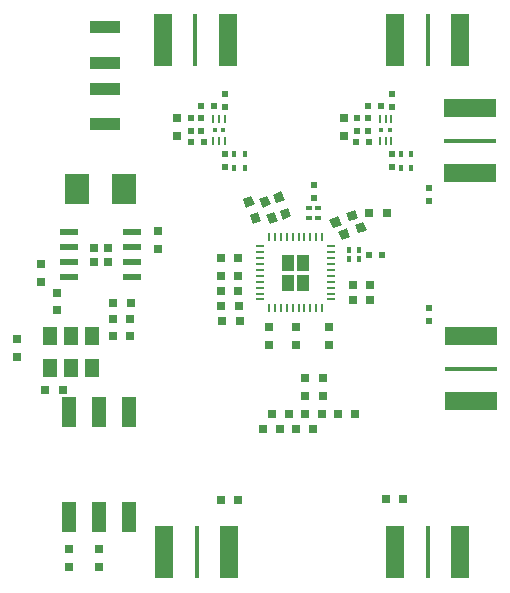
<source format=gbr>
G04 #@! TF.GenerationSoftware,KiCad,Pcbnew,5.0.2-bee76a0~70~ubuntu18.04.1*
G04 #@! TF.CreationDate,2020-07-03T21:26:00+02:00*
G04 #@! TF.ProjectId,lmx2594,6c6d7832-3539-4342-9e6b-696361645f70,rev?*
G04 #@! TF.SameCoordinates,PX463f660PY71d9820*
G04 #@! TF.FileFunction,Paste,Top*
G04 #@! TF.FilePolarity,Positive*
%FSLAX46Y46*%
G04 Gerber Fmt 4.6, Leading zero omitted, Abs format (unit mm)*
G04 Created by KiCad (PCBNEW 5.0.2-bee76a0~70~ubuntu18.04.1) date fre  3 jul 2020 21:26:00*
%MOMM*%
%LPD*%
G01*
G04 APERTURE LIST*
%ADD10R,1.550000X0.600000*%
%ADD11R,0.705000X0.705000*%
%ADD12R,1.300000X1.500000*%
%ADD13R,1.000000X1.450000*%
%ADD14R,0.800000X0.250000*%
%ADD15R,0.250000X0.800000*%
%ADD16C,0.750000*%
%ADD17C,0.100000*%
%ADD18R,0.750000X0.800000*%
%ADD19R,0.800000X0.750000*%
%ADD20R,0.500000X0.600000*%
%ADD21R,0.600000X0.500000*%
%ADD22R,2.000000X2.500000*%
%ADD23R,0.600000X0.400000*%
%ADD24R,0.400000X0.600000*%
%ADD25R,1.270000X2.540000*%
%ADD26R,0.250000X0.700000*%
%ADD27R,0.426000X0.366000*%
%ADD28R,1.500000X4.500000*%
%ADD29R,0.400000X4.500000*%
%ADD30R,4.500000X1.500000*%
%ADD31R,4.500000X0.400000*%
%ADD32R,2.500000X1.000000*%
G04 APERTURE END LIST*
D10*
G04 #@! TO.C,U5*
X11778000Y29591000D03*
X11778000Y28321000D03*
X11778000Y27051000D03*
X11778000Y25781000D03*
X17178000Y25781000D03*
X17178000Y27051000D03*
X17178000Y28321000D03*
X17178000Y29591000D03*
D11*
X15065500Y27098500D03*
X15065500Y28273500D03*
X13890500Y27098500D03*
X13890500Y28273500D03*
G04 #@! TD*
D12*
G04 #@! TO.C,D1*
X13716000Y18128000D03*
X13716000Y20828000D03*
G04 #@! TD*
G04 #@! TO.C,D2*
X10160000Y18128000D03*
X10160000Y20828000D03*
G04 #@! TD*
G04 #@! TO.C,D3*
X11938000Y18128000D03*
X11938000Y20828000D03*
G04 #@! TD*
D13*
G04 #@! TO.C,U3*
X30338000Y27037000D03*
X31638000Y27037000D03*
X31638000Y25287000D03*
X30338000Y25287000D03*
D14*
X27988000Y23912000D03*
X27988000Y24412000D03*
X27988000Y24912000D03*
X27988000Y25412000D03*
X27988000Y25912000D03*
X27988000Y26412000D03*
X27988000Y26912000D03*
X27988000Y27412000D03*
X27988000Y27912000D03*
X27988000Y28412000D03*
D15*
X28738000Y29162000D03*
X29238000Y29162000D03*
X29738000Y29162000D03*
X30238000Y29162000D03*
X30738000Y29162000D03*
X31238000Y29162000D03*
X31738000Y29162000D03*
X32238000Y29162000D03*
X32738000Y29162000D03*
X33238000Y29162000D03*
D14*
X33988000Y28412000D03*
X33988000Y27912000D03*
X33988000Y27412000D03*
X33988000Y26912000D03*
X33988000Y26412000D03*
X33988000Y25912000D03*
X33988000Y25412000D03*
X33988000Y24912000D03*
X33988000Y24412000D03*
X33988000Y23912000D03*
D15*
X33238000Y23162000D03*
X32738000Y23162000D03*
X32238000Y23162000D03*
X31738000Y23162000D03*
X31238000Y23162000D03*
X30738000Y23162000D03*
X30238000Y23162000D03*
X29738000Y23162000D03*
X29238000Y23162000D03*
X28738000Y23162000D03*
G04 #@! TD*
D16*
G04 #@! TO.C,C19*
X34371090Y30446987D03*
D17*
G36*
X34597136Y30946515D02*
X34884148Y30253606D01*
X34145044Y29947459D01*
X33858032Y30640368D01*
X34597136Y30946515D01*
X34597136Y30946515D01*
G37*
D16*
X35756910Y31021013D03*
D17*
G36*
X35982956Y31520541D02*
X36269968Y30827632D01*
X35530864Y30521485D01*
X35243852Y31214394D01*
X35982956Y31520541D01*
X35982956Y31520541D01*
G37*
G04 #@! TD*
D18*
G04 #@! TO.C,C21*
X30988000Y20078000D03*
X30988000Y21578000D03*
G04 #@! TD*
D19*
G04 #@! TO.C,C22*
X37326000Y23876000D03*
X35826000Y23876000D03*
G04 #@! TD*
G04 #@! TO.C,C23*
X37326000Y25146000D03*
X35826000Y25146000D03*
G04 #@! TD*
D16*
G04 #@! TO.C,C24*
X29557987Y32569910D03*
D17*
G36*
X30057515Y32343864D02*
X29364606Y32056852D01*
X29058459Y32795956D01*
X29751368Y33082968D01*
X30057515Y32343864D01*
X30057515Y32343864D01*
G37*
D16*
X30132013Y31184090D03*
D17*
G36*
X30631541Y30958044D02*
X29938632Y30671032D01*
X29632485Y31410136D01*
X30325394Y31697148D01*
X30631541Y30958044D01*
X30631541Y30958044D01*
G37*
G04 #@! TD*
D19*
G04 #@! TO.C,C25*
X24650000Y24638000D03*
X26150000Y24638000D03*
G04 #@! TD*
D18*
G04 #@! TO.C,C32*
X33782000Y20078000D03*
X33782000Y21578000D03*
G04 #@! TD*
D19*
G04 #@! TO.C,C34*
X24650000Y25908000D03*
X26150000Y25908000D03*
G04 #@! TD*
G04 #@! TO.C,C35*
X24662000Y23368000D03*
X26162000Y23368000D03*
G04 #@! TD*
D16*
G04 #@! TO.C,C38*
X28414987Y32188910D03*
D17*
G36*
X28914515Y31962864D02*
X28221606Y31675852D01*
X27915459Y32414956D01*
X28608368Y32701968D01*
X28914515Y31962864D01*
X28914515Y31962864D01*
G37*
D16*
X28989013Y30803090D03*
D17*
G36*
X29488541Y30577044D02*
X28795632Y30290032D01*
X28489485Y31029136D01*
X29182394Y31316148D01*
X29488541Y30577044D01*
X29488541Y30577044D01*
G37*
G04 #@! TD*
D19*
G04 #@! TO.C,C40*
X24650000Y6973000D03*
X26150000Y6973000D03*
G04 #@! TD*
D18*
G04 #@! TO.C,C41*
X31750000Y15760000D03*
X31750000Y17260000D03*
G04 #@! TD*
D19*
G04 #@! TO.C,C42*
X40120000Y6985000D03*
X38620000Y6985000D03*
G04 #@! TD*
D18*
G04 #@! TO.C,C43*
X33274000Y15760000D03*
X33274000Y17260000D03*
G04 #@! TD*
D19*
G04 #@! TO.C,R4*
X17006000Y20828000D03*
X15506000Y20828000D03*
G04 #@! TD*
D18*
G04 #@! TO.C,R5*
X7366000Y19050000D03*
X7366000Y20550000D03*
G04 #@! TD*
G04 #@! TO.C,R6*
X14351000Y1294000D03*
X14351000Y2794000D03*
G04 #@! TD*
D19*
G04 #@! TO.C,R9*
X16994000Y22225000D03*
X15494000Y22225000D03*
G04 #@! TD*
G04 #@! TO.C,R10*
X28206000Y12954000D03*
X29706000Y12954000D03*
G04 #@! TD*
G04 #@! TO.C,R21*
X33262000Y14224000D03*
X31762000Y14224000D03*
G04 #@! TD*
G04 #@! TO.C,R3*
X30468000Y14224000D03*
X28968000Y14224000D03*
G04 #@! TD*
G04 #@! TO.C,R8*
X36044000Y14224000D03*
X34544000Y14224000D03*
G04 #@! TD*
G04 #@! TO.C,R23*
X26277000Y22098000D03*
X24777000Y22098000D03*
G04 #@! TD*
G04 #@! TO.C,R24*
X31000000Y12954000D03*
X32500000Y12954000D03*
G04 #@! TD*
G04 #@! TO.C,R25*
X37211000Y31242000D03*
X38711000Y31242000D03*
G04 #@! TD*
D16*
G04 #@! TO.C,R26*
X35109090Y29430987D03*
D17*
G36*
X35335136Y29930515D02*
X35622148Y29237606D01*
X34883044Y28931459D01*
X34596032Y29624368D01*
X35335136Y29930515D01*
X35335136Y29930515D01*
G37*
D16*
X36494910Y30005013D03*
D17*
G36*
X36720956Y30504541D02*
X37007968Y29811632D01*
X36268864Y29505485D01*
X35981852Y30198394D01*
X36720956Y30504541D01*
X36720956Y30504541D01*
G37*
G04 #@! TD*
D18*
G04 #@! TO.C,C9*
X11811000Y1294000D03*
X11811000Y2794000D03*
G04 #@! TD*
D20*
G04 #@! TO.C,C17*
X25019000Y36195000D03*
X25019000Y35095000D03*
G04 #@! TD*
G04 #@! TO.C,C18*
X32512000Y33570000D03*
X32512000Y32470000D03*
G04 #@! TD*
G04 #@! TO.C,C20*
X39116000Y36195000D03*
X39116000Y35095000D03*
G04 #@! TD*
G04 #@! TO.C,C26*
X42291000Y22056000D03*
X42291000Y23156000D03*
G04 #@! TD*
D21*
G04 #@! TO.C,C27*
X38269000Y27686000D03*
X37169000Y27686000D03*
G04 #@! TD*
D22*
G04 #@! TO.C,C46*
X12446000Y33274000D03*
X16446000Y33274000D03*
G04 #@! TD*
D20*
G04 #@! TO.C,C50*
X22098000Y38143000D03*
X22098000Y39243000D03*
G04 #@! TD*
G04 #@! TO.C,C51*
X25019000Y41275000D03*
X25019000Y40175000D03*
G04 #@! TD*
G04 #@! TO.C,C52*
X37084000Y38143000D03*
X37084000Y39243000D03*
G04 #@! TD*
G04 #@! TO.C,C53*
X39116000Y41317000D03*
X39116000Y40217000D03*
G04 #@! TD*
D21*
G04 #@! TO.C,L2*
X22987000Y40259000D03*
X24087000Y40259000D03*
G04 #@! TD*
G04 #@! TO.C,L4*
X37084000Y40259000D03*
X38184000Y40259000D03*
G04 #@! TD*
D23*
G04 #@! TO.C,R11*
X32131000Y30792000D03*
X32131000Y31692000D03*
G04 #@! TD*
G04 #@! TO.C,R12*
X32893000Y31692000D03*
X32893000Y30792000D03*
G04 #@! TD*
D24*
G04 #@! TO.C,R13*
X35491000Y27305000D03*
X36391000Y27305000D03*
G04 #@! TD*
G04 #@! TO.C,R16*
X36391000Y28067000D03*
X35491000Y28067000D03*
G04 #@! TD*
D18*
G04 #@! TO.C,R27*
X10795000Y22999000D03*
X10795000Y24499000D03*
G04 #@! TD*
G04 #@! TO.C,R28*
X20955000Y37743000D03*
X20955000Y39243000D03*
G04 #@! TD*
G04 #@! TO.C,R29*
X35052000Y37743000D03*
X35052000Y39243000D03*
G04 #@! TD*
D25*
G04 #@! TO.C,U2*
X11811000Y5461000D03*
X14351000Y5461000D03*
X16891000Y5461000D03*
X16891000Y14361000D03*
X14351000Y14361000D03*
X11811000Y14361000D03*
G04 #@! TD*
D26*
G04 #@! TO.C,U6*
X24011000Y37302000D03*
X24511000Y37302000D03*
X25011000Y37302000D03*
X25011000Y39152000D03*
X24511000Y39152000D03*
X24011000Y39152000D03*
D27*
X24866000Y38227000D03*
X24156000Y38227000D03*
G04 #@! TD*
D26*
G04 #@! TO.C,U7*
X38108000Y37302000D03*
X38608000Y37302000D03*
X39108000Y37302000D03*
X39108000Y39152000D03*
X38608000Y39152000D03*
X38108000Y39152000D03*
D27*
X38963000Y38227000D03*
X38253000Y38227000D03*
G04 #@! TD*
D28*
G04 #@! TO.C,J1*
X19729000Y45879000D03*
X25229000Y45879000D03*
X25229000Y45879000D03*
X19729000Y45879000D03*
D29*
X22479000Y45879000D03*
G04 #@! TD*
D28*
G04 #@! TO.C,J2*
X39414000Y45879000D03*
X44914000Y45879000D03*
X44914000Y45879000D03*
X39414000Y45879000D03*
D29*
X42164000Y45879000D03*
G04 #@! TD*
D30*
G04 #@! TO.C,J4*
X45879000Y20784000D03*
X45879000Y15284000D03*
X45879000Y15284000D03*
X45879000Y20784000D03*
D31*
X45879000Y18034000D03*
G04 #@! TD*
D30*
G04 #@! TO.C,J5*
X45752000Y40088000D03*
X45752000Y34588000D03*
X45752000Y34588000D03*
X45752000Y40088000D03*
D31*
X45752000Y37338000D03*
G04 #@! TD*
D28*
G04 #@! TO.C,J7*
X25356000Y2508000D03*
X19856000Y2508000D03*
X19856000Y2508000D03*
X25356000Y2508000D03*
D29*
X22606000Y2508000D03*
G04 #@! TD*
D28*
G04 #@! TO.C,J9*
X44914000Y2508000D03*
X39414000Y2508000D03*
X39414000Y2508000D03*
X44914000Y2508000D03*
D29*
X42164000Y2508000D03*
G04 #@! TD*
D20*
G04 #@! TO.C,C55*
X22987000Y38143000D03*
X22987000Y39243000D03*
G04 #@! TD*
D21*
G04 #@! TO.C,C56*
X23198000Y37211000D03*
X22098000Y37211000D03*
G04 #@! TD*
G04 #@! TO.C,C57*
X37168000Y37211000D03*
X36068000Y37211000D03*
G04 #@! TD*
D20*
G04 #@! TO.C,C58*
X36195000Y38143000D03*
X36195000Y39243000D03*
G04 #@! TD*
G04 #@! TO.C,C33*
X42291000Y33316000D03*
X42291000Y32216000D03*
G04 #@! TD*
D18*
G04 #@! TO.C,C16*
X19304000Y29718000D03*
X19304000Y28218000D03*
G04 #@! TD*
G04 #@! TO.C,C45*
X9398000Y25424000D03*
X9398000Y26924000D03*
G04 #@! TD*
D19*
G04 #@! TO.C,C44*
X15518000Y23622000D03*
X17018000Y23622000D03*
G04 #@! TD*
G04 #@! TO.C,C59*
X9791000Y16256000D03*
X11291000Y16256000D03*
G04 #@! TD*
D32*
G04 #@! TO.C,C10*
X14859000Y38735000D03*
X14859000Y41735000D03*
G04 #@! TD*
G04 #@! TO.C,C15*
X14859000Y46966000D03*
X14859000Y43966000D03*
G04 #@! TD*
D16*
G04 #@! TO.C,C36*
X27017987Y32188910D03*
D17*
G36*
X27517515Y31962864D02*
X26824606Y31675852D01*
X26518459Y32414956D01*
X27211368Y32701968D01*
X27517515Y31962864D01*
X27517515Y31962864D01*
G37*
D16*
X27592013Y30803090D03*
D17*
G36*
X28091541Y30577044D02*
X27398632Y30290032D01*
X27092485Y31029136D01*
X27785394Y31316148D01*
X28091541Y30577044D01*
X28091541Y30577044D01*
G37*
G04 #@! TD*
D18*
G04 #@! TO.C,C37*
X28702000Y20090000D03*
X28702000Y21590000D03*
G04 #@! TD*
D19*
G04 #@! TO.C,C39*
X24650000Y27432000D03*
X26150000Y27432000D03*
G04 #@! TD*
D24*
G04 #@! TO.C,R18*
X26681000Y35052000D03*
X25781000Y35052000D03*
G04 #@! TD*
G04 #@! TO.C,R19*
X39878000Y35052000D03*
X40778000Y35052000D03*
G04 #@! TD*
G04 #@! TO.C,R20*
X25781000Y36195000D03*
X26681000Y36195000D03*
G04 #@! TD*
G04 #@! TO.C,R22*
X40778000Y36195000D03*
X39878000Y36195000D03*
G04 #@! TD*
M02*

</source>
